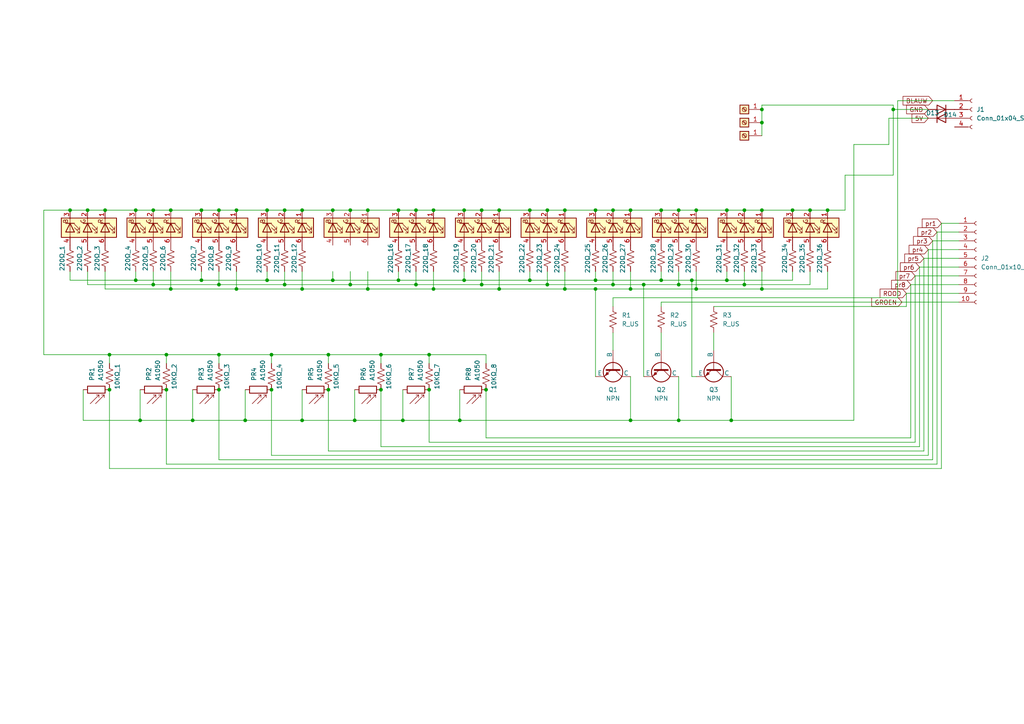
<source format=kicad_sch>
(kicad_sch (version 20231120) (generator "eeschema") (generator_version "8.0")
  (paper "A4")
  (title_block (title "Onderste PCB") (date "2024-10-08") (company "Mendelcollege"))
  (lib_symbols
    (symbol "Connector:Conn_01x04_Socket" (pin_names (offset 1.016) hide)
      (property "Reference" "J" (at 0 5.08 0))
      (property "Value" "Conn_01x04_Socket" (at 0 -7.62 0))
      (symbol "Conn_01x04_Socket_1_1"
        (arc (start 0 -4.572) (mid -0.5058 -5.08) (end 0 -5.588) (stroke (width 0.1524)))
        (arc (start 0 -2.032) (mid -0.5058 -2.54) (end 0 -3.048) (stroke (width 0.1524)))
        (polyline (pts (xy -1.27 -5.08) (xy -0.508 -5.08)) (stroke (width 0.1524)))
        (polyline (pts (xy -1.27 -2.54) (xy -0.508 -2.54)) (stroke (width 0.1524)))
        (polyline (pts (xy -1.27 0) (xy -0.508 0)) (stroke (width 0.1524)))
        (polyline (pts (xy -1.27 2.54) (xy -0.508 2.54)) (stroke (width 0.1524)))
        (arc (start 0 0.508) (mid -0.5058 0) (end 0 -0.508) (stroke (width 0.1524)))
        (arc (start 0 3.048) (mid -0.5058 2.54) (end 0 2.032) (stroke (width 0.1524)))
        (pin passive line (at -5.08 2.54 0) (length 3.81) (name "Pin_1") (number "1"))
        (pin passive line (at -5.08 0 0) (length 3.81) (name "Pin_2") (number "2"))
        (pin passive line (at -5.08 -2.54 0) (length 3.81) (name "Pin_3") (number "3"))
        (pin passive line (at -5.08 -5.08 0) (length 3.81) (name "Pin_4") (number "4"))
      )
    )
    (symbol "Connector:Conn_01x10_Socket" (pin_names (offset 1.016) hide)
      (property "Reference" "J" (at 0 12.7 0))
      (property "Value" "Conn_01x10_Socket" (at 0 -15.24 0))
      (symbol "Conn_01x10_Socket_1_1"
        (arc (start 0 -12.192) (mid -0.5058 -12.7) (end 0 -13.208) (stroke (width 0.1524)))
        (arc (start 0 -9.652) (mid -0.5058 -10.16) (end 0 -10.668) (stroke (width 0.1524)))
        (arc (start 0 -7.112) (mid -0.5058 -7.62) (end 0 -8.128) (stroke (width 0.1524)))
        (arc (start 0 -4.572) (mid -0.5058 -5.08) (end 0 -5.588) (stroke (width 0.1524)))
        (arc (start 0 -2.032) (mid -0.5058 -2.54) (end 0 -3.048) (stroke (width 0.1524)))
        (polyline (pts (xy -1.27 -12.7) (xy -0.508 -12.7)) (stroke (width 0.1524)))
        (polyline (pts (xy -1.27 -10.16) (xy -0.508 -10.16)) (stroke (width 0.1524)))
        (polyline (pts (xy -1.27 -7.62) (xy -0.508 -7.62)) (stroke (width 0.1524)))
        (polyline (pts (xy -1.27 -5.08) (xy -0.508 -5.08)) (stroke (width 0.1524)))
        (polyline (pts (xy -1.27 -2.54) (xy -0.508 -2.54)) (stroke (width 0.1524)))
        (polyline (pts (xy -1.27 0) (xy -0.508 0)) (stroke (width 0.1524)))
        (polyline (pts (xy -1.27 2.54) (xy -0.508 2.54)) (stroke (width 0.1524)))
        (polyline (pts (xy -1.27 5.08) (xy -0.508 5.08)) (stroke (width 0.1524)))
        (polyline (pts (xy -1.27 7.62) (xy -0.508 7.62)) (stroke (width 0.1524)))
        (polyline (pts (xy -1.27 10.16) (xy -0.508 10.16)) (stroke (width 0.1524)))
        (arc (start 0 0.508) (mid -0.5058 0) (end 0 -0.508) (stroke (width 0.1524)))
        (arc (start 0 3.048) (mid -0.5058 2.54) (end 0 2.032) (stroke (width 0.1524)))
        (arc (start 0 5.588) (mid -0.5058 5.08) (end 0 4.572) (stroke (width 0.1524)))
        (arc (start 0 8.128) (mid -0.5058 7.62) (end 0 7.112) (stroke (width 0.1524)))
        (arc (start 0 10.668) (mid -0.5058 10.16) (end 0 9.652) (stroke (width 0.1524)))
        (pin passive line (at -5.08 10.16 0) (length 3.81) (name "Pin_1") (number "1"))
        (pin passive line (at -5.08 -12.7 0) (length 3.81) (name "Pin_10") (number "10"))
        (pin passive line (at -5.08 7.62 0) (length 3.81) (name "Pin_2") (number "2"))
        (pin passive line (at -5.08 5.08 0) (length 3.81) (name "Pin_3") (number "3"))
        (pin passive line (at -5.08 2.54 0) (length 3.81) (name "Pin_4") (number "4"))
        (pin passive line (at -5.08 0 0) (length 3.81) (name "Pin_5") (number "5"))
        (pin passive line (at -5.08 -2.54 0) (length 3.81) (name "Pin_6") (number "6"))
        (pin passive line (at -5.08 -5.08 0) (length 3.81) (name "Pin_7") (number "7"))
        (pin passive line (at -5.08 -7.62 0) (length 3.81) (name "Pin_8") (number "8"))
        (pin passive line (at -5.08 -10.16 0) (length 3.81) (name "Pin_9") (number "9"))
      )
    )
    (symbol "Connector:Screw_Terminal_01x01" (pin_names (offset 1.016) hide)
      (property "Reference" "J" (at 0 2.54 0))
      (property "Value" "Screw_Terminal_01x01" (at 0 -2.54 0))
      (symbol "Screw_Terminal_01x01_1_1"
        (rectangle (start -1.27 1.27) (end 1.27 -1.27) (stroke (width 0.254)) (fill (type background)))
        (polyline (pts (xy -0.5334 0.3302) (xy 0.3302 -0.508)) (stroke (width 0.1524)))
        (polyline (pts (xy -0.3556 0.508) (xy 0.508 -0.3302)) (stroke (width 0.1524)))
        (circle (center 0 0) (radius 0.635) (stroke (width 0.1524)))
        (pin passive line (at -5.08 0 0) (length 3.81) (name "Pin_1") (number "1"))
      )
    )
    (symbol "Device:LED_RGB" (pin_names (offset 0) hide)
      (property "Reference" "D" (at 0 9.398 0))
      (property "Value" "LED_RGB" (at 0 -8.89 0))
      (symbol "LED_RGB_0_0"
        (text "B" (at -1.905 -6.35 0) (effects (font (size 1.27 1.27))))
        (text "G" (at -1.905 -1.27 0) (effects (font (size 1.27 1.27))))
        (text "R" (at -1.905 3.81 0) (effects (font (size 1.27 1.27))))
      )
      (symbol "LED_RGB_0_1"
        (polyline (pts (xy -1.27 -5.08) (xy -2.54 -5.08)))
        (polyline (pts (xy -1.27 -5.08) (xy 1.27 -5.08)))
        (polyline (pts (xy -1.27 -3.81) (xy -1.27 -6.35)) (stroke (width 0.254)))
        (polyline (pts (xy -1.27 0) (xy -2.54 0)))
        (polyline (pts (xy -1.27 1.27) (xy -1.27 -1.27)) (stroke (width 0.254)))
        (polyline (pts (xy -1.27 5.08) (xy -2.54 5.08)))
        (polyline (pts (xy -1.27 5.08) (xy 1.27 5.08)))
        (polyline (pts (xy -1.27 6.35) (xy -1.27 3.81)) (stroke (width 0.254)))
        (polyline (pts (xy 1.27 -5.08) (xy 2.54 -5.08)))
        (polyline (pts (xy 1.27 0) (xy -1.27 0)))
        (polyline (pts (xy 1.27 0) (xy 2.54 0)))
        (polyline (pts (xy 1.27 5.08) (xy 2.54 5.08)))
        (polyline (pts (xy -1.27 1.27) (xy -1.27 -1.27) (xy -1.27 -1.27)))
        (polyline (pts (xy -1.27 6.35) (xy -1.27 3.81) (xy -1.27 3.81)))
        (polyline (pts (xy 1.27 -3.81) (xy 1.27 -6.35) (xy -1.27 -5.08) (xy 1.27 -3.81)) (stroke (width 0.254)))
        (polyline (pts (xy 1.27 1.27) (xy 1.27 -1.27) (xy -1.27 0) (xy 1.27 1.27)) (stroke (width 0.254)))
        (polyline (pts (xy 1.27 6.35) (xy 1.27 3.81) (xy -1.27 5.08) (xy 1.27 6.35)) (stroke (width 0.254)))
        (polyline (pts (xy -1.016 -3.81) (xy 0.508 -2.286) (xy -0.254 -2.286) (xy 0.508 -2.286) (xy 0.508 -3.048)))
        (polyline (pts (xy -1.016 1.27) (xy 0.508 2.794) (xy -0.254 2.794) (xy 0.508 2.794) (xy 0.508 2.032)))
        (polyline (pts (xy -1.016 6.35) (xy 0.508 7.874) (xy -0.254 7.874) (xy 0.508 7.874) (xy 0.508 7.112)))
        (polyline (pts (xy 0 -3.81) (xy 1.524 -2.286) (xy 0.762 -2.286) (xy 1.524 -2.286) (xy 1.524 -3.048)))
        (polyline (pts (xy 0 1.27) (xy 1.524 2.794) (xy 0.762 2.794) (xy 1.524 2.794) (xy 1.524 2.032)))
        (polyline (pts (xy 0 6.35) (xy 1.524 7.874) (xy 0.762 7.874) (xy 1.524 7.874) (xy 1.524 7.112)))
        (rectangle (start 1.27 -1.27) (end 1.27 1.27))
        (rectangle (start 1.27 1.27) (end 1.27 1.27))
        (rectangle (start 1.27 3.81) (end 1.27 6.35))
        (rectangle (start 1.27 6.35) (end 1.27 6.35))
        (rectangle (start 2.794 8.382) (end -2.794 -7.62) (stroke (width 0.254)) (fill (type background)))
      )
      (symbol "LED_RGB_1_1"
        (pin passive line (at -5.08 5.08 0) (length 2.54) (name "RK") (number "1"))
        (pin passive line (at -5.08 0 0) (length 2.54) (name "GK") (number "2"))
        (pin passive line (at -5.08 -5.08 0) (length 2.54) (name "BK") (number "3"))
        (pin passive line (at 5.08 -5.08 180) (length 2.54) (name "BA") (number "4"))
        (pin passive line (at 5.08 0 180) (length 2.54) (name "GA") (number "5"))
        (pin passive line (at 5.08 5.08 180) (length 2.54) (name "RA") (number "6"))
      )
    )
    (symbol "Library:A1050" (pin_numbers hide) (pin_names (offset 0))
      (property "Reference" "R" (at -5.08 0 90))
      (property "Value" "A1050" (at 1.905 0 90))
      (symbol "A1050_0_1"
        (rectangle (start -1.016 2.54) (end 1.016 -2.54) (stroke (width 0.254)))
        (polyline (pts (xy -1.524 -2.286) (xy -4.064 0.254)))
        (polyline (pts (xy -1.524 -2.286) (xy -2.286 -2.286)))
        (polyline (pts (xy -1.524 -2.286) (xy -1.524 -1.524)))
        (polyline (pts (xy -1.524 -0.762) (xy -4.064 1.778)))
        (polyline (pts (xy -1.524 -0.762) (xy -2.286 -0.762)))
        (polyline (pts (xy -1.524 -0.762) (xy -1.524 0)))
      )
      (symbol "A1050_1_1"
        (pin passive line (at 0 3.81 270) (length 1.27) (name "~") (number "1"))
        (pin passive line (at 0 -3.81 90) (length 1.27) (name "~") (number "2"))
      )
    )
    (symbol "Library:D" (pin_numbers hide) (pin_names (offset 1.016) hide)
      (property "Reference" "D" (at 0 2.54 0))
      (property "Value" "D" (at 0 -2.54 0))
      (symbol "D_0_1"
        (polyline (pts (xy -1.27 1.27) (xy -1.27 -1.27)) (stroke (width 0.254)))
        (polyline (pts (xy 1.27 0) (xy -1.27 0)))
        (polyline (pts (xy 1.27 1.27) (xy 1.27 -1.27) (xy -1.27 0) (xy 1.27 1.27)) (stroke (width 0.254)))
      )
      (symbol "D_1_1"
        (pin passive line (at -3.81 0 0) (length 2.54) (name "K") (number "1"))
        (pin passive line (at 3.81 0 180) (length 2.54) (name "A") (number "2"))
      )
    )
    (symbol "Library:NPN" (pin_numbers hide) (pin_names (offset 0))
      (property "Reference" "Q" (at -2.54 7.62 0))
      (property "Value" "NPN" (at -2.54 5.08 0))
      (symbol "NPN_0_1"
        (polyline (pts (xy -2.54 0) (xy 0.635 0)) (stroke (width 0.1524)))
        (polyline (pts (xy 0.635 0.635) (xy 2.54 2.54)))
        (polyline (pts (xy 2.794 -1.27) (xy 2.794 -1.27)) (stroke (width 0.1524)))
        (polyline (pts (xy 2.794 -1.27) (xy 2.794 -1.27)) (stroke (width 0.1524)))
        (polyline (pts (xy 0.635 -0.635) (xy 2.54 -2.54) (xy 2.54 -2.54)))
        (polyline (pts (xy 0.635 1.905) (xy 0.635 -1.905) (xy 0.635 -1.905)) (stroke (width 0.508)))
        (polyline (pts (xy 1.27 -1.778) (xy 1.778 -1.27) (xy 2.286 -2.286) (xy 1.27 -1.778) (xy 1.27 -1.778)) (fill (type outline)))
        (circle (center 1.27 0) (radius 2.8194) (stroke (width 0.254)))
      )
      (symbol "NPN_1_1"
        (pin open_collector line (at 2.54 5.08 270) (length 2.54) (name "C") (number "1"))
        (pin input line (at -5.08 0 0) (length 2.54) (name "B") (number "2"))
        (pin open_emitter line (at 2.54 -5.08 90) (length 2.54) (name "E") (number "3"))
      )
    )
    (symbol "Library:R_US" (pin_numbers hide) (pin_names (offset 0))
      (property "Reference" "R" (at 2.54 0 90))
      (property "Value" "R_US" (at -2.54 0 90))
      (symbol "R_US_0_1"
        (polyline (pts (xy 0 -2.286) (xy 0 -2.54)))
        (polyline (pts (xy 0 2.286) (xy 0 2.54)))
        (polyline (pts (xy 0 -0.762) (xy 1.016 -1.143) (xy 0 -1.524) (xy -1.016 -1.905) (xy 0 -2.286)))
        (polyline (pts (xy 0 0.762) (xy 1.016 0.381) (xy 0 0) (xy -1.016 -0.381) (xy 0 -0.762)))
        (polyline (pts (xy 0 2.286) (xy 1.016 1.905) (xy 0 1.524) (xy -1.016 1.143) (xy 0 0.762)))
      )
      (symbol "R_US_1_1"
        (pin passive line (at 0 3.81 270) (length 1.27) (name "~") (number "1"))
        (pin passive line (at 0 -3.81 90) (length 1.27) (name "~") (number "2"))
      )
    )
  )
  (junction (at 102.87 121.92))
  (junction (at 212.09 121.92))
  (junction (at 125.73 60.96))
  (junction (at 101.6 82.55))
  (junction (at 77.47 81.28))
  (junction (at 48.26 102.87))
  (junction (at 144.78 83.82))
  (junction (at 116.84 121.92))
  (junction (at 71.12 121.92))
  (junction (at 182.88 83.82))
  (junction (at 144.78 60.96))
  (junction (at 63.5 113.03))
  (junction (at 20.32 60.96))
  (junction (at 240.03 60.96))
  (junction (at 39.37 81.28))
  (junction (at 58.42 81.28))
  (junction (at 82.55 82.55))
  (junction (at 39.37 60.96))
  (junction (at 95.25 113.03))
  (junction (at 101.6 60.96))
  (junction (at 133.35 121.92))
  (junction (at 139.7 82.55))
  (junction (at 163.83 60.96))
  (junction (at 82.55 60.96))
  (junction (at 115.57 60.96))
  (junction (at 220.98 35.56))
  (junction (at 49.53 83.82))
  (junction (at 110.49 113.03))
  (junction (at 158.75 60.96))
  (junction (at 201.93 83.82))
  (junction (at 31.75 102.87))
  (junction (at 191.77 60.96))
  (junction (at 49.53 60.96))
  (junction (at 139.7 60.96))
  (junction (at 87.63 121.92))
  (junction (at 220.98 31.75))
  (junction (at 106.68 60.96))
  (junction (at 134.62 60.96))
  (junction (at 125.73 83.82))
  (junction (at 48.26 113.03))
  (junction (at 68.58 83.82))
  (junction (at 234.95 60.96))
  (junction (at 201.93 60.96))
  (junction (at 215.9 60.96))
  (junction (at 182.88 121.92))
  (junction (at 115.57 81.28))
  (junction (at 30.48 60.96))
  (junction (at 200.66 81.28))
  (junction (at 220.98 60.96))
  (junction (at 158.75 82.55))
  (junction (at 140.97 113.03))
  (junction (at 210.82 60.96))
  (junction (at 196.85 82.55))
  (junction (at 186.69 82.55))
  (junction (at 96.52 60.96))
  (junction (at 229.87 60.96))
  (junction (at 55.88 121.92))
  (junction (at 63.5 102.87))
  (junction (at 58.42 60.96))
  (junction (at 44.45 82.55))
  (junction (at 172.72 81.28))
  (junction (at 196.85 60.96))
  (junction (at 78.74 113.03))
  (junction (at 124.46 102.87))
  (junction (at 153.67 60.96))
  (junction (at 172.72 83.82))
  (junction (at 134.62 81.28))
  (junction (at 182.88 60.96))
  (junction (at 87.63 60.96))
  (junction (at 210.82 81.28))
  (junction (at 68.58 60.96))
  (junction (at 196.85 121.92))
  (junction (at 63.5 82.55))
  (junction (at 172.72 60.96))
  (junction (at 77.47 60.96))
  (junction (at 124.46 113.03))
  (junction (at 40.64 121.92))
  (junction (at 44.45 60.96))
  (junction (at 153.67 81.28))
  (junction (at 110.49 102.87))
  (junction (at 220.98 83.82))
  (junction (at 215.9 82.55))
  (junction (at 177.8 82.55))
  (junction (at 163.83 83.82))
  (junction (at 191.77 81.28))
  (junction (at 120.65 82.55))
  (junction (at 177.8 60.96))
  (junction (at 63.5 60.96))
  (junction (at 120.65 60.96))
  (junction (at 259.08 31.75))
  (junction (at 96.52 81.28))
  (junction (at 78.74 102.87))
  (junction (at 106.68 83.82))
  (junction (at 25.4 60.96))
  (junction (at 95.25 102.87))
  (junction (at 87.63 83.82))
  (junction (at 31.75 113.03))
  (wire (pts (xy 191.77 87.63) (xy 278.13 87.63)))
  (wire (pts (xy 269.24 72.39) (xy 278.13 72.39)))
  (wire (pts (xy 177.8 82.55) (xy 177.8 78.74)))
  (wire (pts (xy 95.25 102.87) (xy 95.25 105.41)))
  (wire (pts (xy 106.68 83.82) (xy 106.68 78.74)))
  (wire (pts (xy 134.62 81.28) (xy 134.62 78.74)))
  (wire (pts (xy 133.35 121.92) (xy 182.88 121.92)))
  (wire (pts (xy 101.6 60.96) (xy 106.68 60.96)))
  (wire (pts (xy 182.88 121.92) (xy 196.85 121.92)))
  (wire (pts (xy 116.84 121.92) (xy 133.35 121.92)))
  (wire (pts (xy 87.63 121.92) (xy 87.63 113.03)))
  (wire (pts (xy 63.5 82.55) (xy 63.5 78.74)))
  (wire (pts (xy 139.7 82.55) (xy 120.65 82.55)))
  (wire (pts (xy 229.87 81.28) (xy 229.87 78.74)))
  (wire (pts (xy 264.16 127) (xy 264.16 82.55)))
  (wire (pts (xy 55.88 113.03) (xy 55.88 121.92)))
  (wire (pts (xy 260.35 29.21) (xy 276.86 29.21)))
  (wire (pts (xy 234.95 78.74) (xy 234.95 82.55)))
  (wire (pts (xy 240.03 83.82) (xy 240.03 78.74)))
  (wire (pts (xy 110.49 129.54) (xy 266.7 129.54)))
  (wire (pts (xy 78.74 132.08) (xy 269.24 132.08)))
  (wire (pts (xy 200.66 81.28) (xy 210.82 81.28)))
  (wire (pts (xy 96.52 81.28) (xy 115.57 81.28)))
  (wire (pts (xy 110.49 105.41) (xy 110.49 102.87)))
  (wire (pts (xy 115.57 60.96) (xy 120.65 60.96)))
  (wire (pts (xy 20.32 81.28) (xy 39.37 81.28)))
  (wire (pts (xy 270.51 133.35) (xy 63.5 133.35)))
  (wire (pts (xy 12.7 60.96) (xy 20.32 60.96)))
  (wire (pts (xy 210.82 81.28) (xy 210.82 78.74)))
  (wire (pts (xy 278.13 80.01) (xy 265.43 80.01)))
  (wire (pts (xy 220.98 83.82) (xy 220.98 78.74)))
  (wire (pts (xy 63.5 60.96) (xy 68.58 60.96)))
  (wire (pts (xy 273.05 135.89) (xy 273.05 64.77)))
  (wire (pts (xy 30.48 83.82) (xy 49.53 83.82)))
  (wire (pts (xy 273.05 64.77) (xy 278.13 64.77)))
  (wire (pts (xy 220.98 60.96) (xy 229.87 60.96)))
  (wire (pts (xy 270.51 69.85) (xy 278.13 69.85)))
  (wire (pts (xy 102.87 121.92) (xy 87.63 121.92)))
  (wire (pts (xy 63.5 113.03) (xy 63.5 133.35)))
  (wire (pts (xy 110.49 102.87) (xy 124.46 102.87)))
  (wire (pts (xy 191.77 60.96) (xy 196.85 60.96)))
  (wire (pts (xy 153.67 81.28) (xy 172.72 81.28)))
  (wire (pts (xy 63.5 105.41) (xy 63.5 102.87)))
  (wire (pts (xy 40.64 121.92) (xy 24.13 121.92)))
  (wire (pts (xy 39.37 60.96) (xy 44.45 60.96)))
  (wire (pts (xy 191.77 87.63) (xy 191.77 88.9)))
  (wire (pts (xy 245.11 50.8) (xy 259.08 50.8)))
  (wire (pts (xy 71.12 121.92) (xy 71.12 113.03)))
  (wire (pts (xy 30.48 78.74) (xy 30.48 83.82)))
  (wire (pts (xy 78.74 102.87) (xy 95.25 102.87)))
  (wire (pts (xy 196.85 60.96) (xy 201.93 60.96)))
  (wire (pts (xy 265.43 128.27) (xy 124.46 128.27)))
  (wire (pts (xy 124.46 105.41) (xy 124.46 102.87)))
  (wire (pts (xy 96.52 60.96) (xy 101.6 60.96)))
  (wire (pts (xy 96.52 81.28) (xy 96.52 78.74)))
  (wire (pts (xy 182.88 121.92) (xy 182.88 109.22)))
  (wire (pts (xy 124.46 102.87) (xy 140.97 102.87)))
  (wire (pts (xy 267.97 74.93) (xy 278.13 74.93)))
  (wire (pts (xy 182.88 83.82) (xy 182.88 78.74)))
  (wire (pts (xy 102.87 121.92) (xy 116.84 121.92)))
  (wire (pts (xy 24.13 121.92) (xy 24.13 113.03)))
  (wire (pts (xy 265.43 80.01) (xy 265.43 128.27)))
  (wire (pts (xy 186.69 109.22) (xy 186.69 82.55)))
  (wire (pts (xy 120.65 82.55) (xy 120.65 78.74)))
  (wire (pts (xy 201.93 109.22) (xy 200.66 109.22)))
  (wire (pts (xy 25.4 82.55) (xy 25.4 78.74)))
  (wire (pts (xy 196.85 121.92) (xy 212.09 121.92)))
  (wire (pts (xy 63.5 82.55) (xy 44.45 82.55)))
  (wire (pts (xy 153.67 81.28) (xy 153.67 78.74)))
  (wire (pts (xy 201.93 83.82) (xy 201.93 78.74)))
  (wire (pts (xy 44.45 82.55) (xy 44.45 78.74)))
  (wire (pts (xy 77.47 81.28) (xy 96.52 81.28)))
  (wire (pts (xy 220.98 31.75) (xy 220.98 35.56)))
  (wire (pts (xy 140.97 127) (xy 264.16 127)))
  (wire (pts (xy 163.83 83.82) (xy 163.83 78.74)))
  (wire (pts (xy 234.95 60.96) (xy 240.03 60.96)))
  (wire (pts (xy 78.74 105.41) (xy 78.74 102.87)))
  (wire (pts (xy 58.42 81.28) (xy 58.42 78.74)))
  (wire (pts (xy 177.8 88.9) (xy 177.8 86.36)))
  (wire (pts (xy 229.87 60.96) (xy 234.95 60.96)))
  (wire (pts (xy 39.37 81.28) (xy 58.42 81.28)))
  (wire (pts (xy 58.42 60.96) (xy 63.5 60.96)))
  (wire (pts (xy 210.82 60.96) (xy 215.9 60.96)))
  (wire (pts (xy 87.63 83.82) (xy 87.63 78.74)))
  (wire (pts (xy 273.05 135.89) (xy 31.75 135.89)))
  (wire (pts (xy 49.53 60.96) (xy 58.42 60.96)))
  (wire (pts (xy 177.8 96.52) (xy 177.8 101.6)))
  (wire (pts (xy 48.26 102.87) (xy 48.26 105.41)))
  (wire (pts (xy 58.42 81.28) (xy 77.47 81.28)))
  (wire (pts (xy 133.35 121.92) (xy 133.35 113.03)))
  (wire (pts (xy 106.68 60.96) (xy 115.57 60.96)))
  (wire (pts (xy 25.4 60.96) (xy 30.48 60.96)))
  (wire (pts (xy 245.11 50.8) (xy 245.11 60.96)))
  (wire (pts (xy 68.58 83.82) (xy 68.58 78.74)))
  (wire (pts (xy 271.78 67.31) (xy 278.13 67.31)))
  (wire (pts (xy 207.01 88.9) (xy 262.89 88.9)))
  (wire (pts (xy 78.74 113.03) (xy 78.74 132.08)))
  (wire (pts (xy 77.47 81.28) (xy 77.47 78.74)))
  (wire (pts (xy 153.67 60.96) (xy 158.75 60.96)))
  (wire (pts (xy 20.32 78.74) (xy 20.32 81.28)))
  (wire (pts (xy 269.24 132.08) (xy 269.24 72.39)))
  (wire (pts (xy 49.53 83.82) (xy 49.53 78.74)))
  (wire (pts (xy 12.7 102.87) (xy 31.75 102.87)))
  (wire (pts (xy 177.8 60.96) (xy 182.88 60.96)))
  (wire (pts (xy 182.88 60.96) (xy 191.77 60.96)))
  (wire (pts (xy 191.77 81.28) (xy 200.66 81.28)))
  (wire (pts (xy 186.69 82.55) (xy 196.85 82.55)))
  (wire (pts (xy 63.5 102.87) (xy 48.26 102.87)))
  (wire (pts (xy 115.57 81.28) (xy 115.57 78.74)))
  (wire (pts (xy 247.65 41.91) (xy 247.65 121.92)))
  (wire (pts (xy 77.47 60.96) (xy 82.55 60.96)))
  (wire (pts (xy 201.93 60.96) (xy 210.82 60.96)))
  (wire (pts (xy 200.66 109.22) (xy 200.66 81.28)))
  (wire (pts (xy 172.72 60.96) (xy 177.8 60.96)))
  (wire (pts (xy 31.75 102.87) (xy 48.26 102.87)))
  (wire (pts (xy 182.88 83.82) (xy 201.93 83.82)))
  (wire (pts (xy 82.55 82.55) (xy 82.55 78.74)))
  (wire (pts (xy 196.85 109.22) (xy 196.85 121.92)))
  (wire (pts (xy 63.5 102.87) (xy 78.74 102.87)))
  (wire (pts (xy 210.82 81.28) (xy 229.87 81.28)))
  (wire (pts (xy 87.63 83.82) (xy 106.68 83.82)))
  (wire (pts (xy 134.62 60.96) (xy 139.7 60.96)))
  (wire (pts (xy 260.35 29.21) (xy 260.35 86.36)))
  (wire (pts (xy 267.97 130.81) (xy 95.25 130.81)))
  (wire (pts (xy 125.73 83.82) (xy 125.73 78.74)))
  (wire (pts (xy 259.08 50.8) (xy 259.08 31.75)))
  (wire (pts (xy 102.87 113.03) (xy 102.87 121.92)))
  (wire (pts (xy 116.84 121.92) (xy 116.84 113.03)))
  (wire (pts (xy 172.72 109.22) (xy 172.72 83.82)))
  (wire (pts (xy 177.8 86.36) (xy 260.35 86.36)))
  (wire (pts (xy 101.6 82.55) (xy 82.55 82.55)))
  (wire (pts (xy 257.81 34.29) (xy 269.24 34.29)))
  (wire (pts (xy 134.62 81.28) (xy 153.67 81.28)))
  (wire (pts (xy 31.75 105.41) (xy 31.75 102.87)))
  (wire (pts (xy 140.97 102.87) (xy 140.97 105.41)))
  (wire (pts (xy 220.98 35.56) (xy 220.98 39.37)))
  (wire (pts (xy 259.08 30.48) (xy 220.98 30.48)))
  (wire (pts (xy 259.08 31.75) (xy 269.24 31.75)))
  (wire (pts (xy 212.09 121.92) (xy 247.65 121.92)))
  (wire (pts (xy 55.88 121.92) (xy 71.12 121.92)))
  (wire (pts (xy 110.49 102.87) (xy 95.25 102.87)))
  (wire (pts (xy 262.89 85.09) (xy 278.13 85.09)))
  (wire (pts (xy 49.53 83.82) (xy 68.58 83.82)))
  (wire (pts (xy 125.73 60.96) (xy 134.62 60.96)))
  (wire (pts (xy 144.78 83.82) (xy 144.78 78.74)))
  (wire (pts (xy 48.26 113.03) (xy 48.26 134.62)))
  (wire (pts (xy 240.03 60.96) (xy 245.11 60.96)))
  (wire (pts (xy 158.75 82.55) (xy 139.7 82.55)))
  (wire (pts (xy 215.9 60.96) (xy 220.98 60.96)))
  (wire (pts (xy 163.83 83.82) (xy 172.72 83.82)))
  (wire (pts (xy 191.77 81.28) (xy 191.77 78.74)))
  (wire (pts (xy 247.65 41.91) (xy 257.81 41.91)))
  (wire (pts (xy 220.98 83.82) (xy 240.03 83.82)))
  (wire (pts (xy 82.55 82.55) (xy 63.5 82.55)))
  (wire (pts (xy 266.7 77.47) (xy 278.13 77.47)))
  (wire (pts (xy 267.97 130.81) (xy 267.97 74.93)))
  (wire (pts (xy 201.93 83.82) (xy 220.98 83.82)))
  (wire (pts (xy 125.73 83.82) (xy 144.78 83.82)))
  (wire (pts (xy 139.7 82.55) (xy 139.7 78.74)))
  (wire (pts (xy 31.75 113.03) (xy 31.75 135.89)))
  (wire (pts (xy 39.37 81.28) (xy 39.37 78.74)))
  (wire (pts (xy 191.77 96.52) (xy 191.77 101.6)))
  (wire (pts (xy 106.68 83.82) (xy 125.73 83.82)))
  (wire (pts (xy 120.65 60.96) (xy 125.73 60.96)))
  (wire (pts (xy 262.89 88.9) (xy 262.89 85.09)))
  (wire (pts (xy 55.88 121.92) (xy 40.64 121.92)))
  (wire (pts (xy 257.81 41.91) (xy 257.81 34.29)))
  (wire (pts (xy 68.58 83.82) (xy 87.63 83.82)))
  (wire (pts (xy 140.97 127) (xy 140.97 113.03)))
  (wire (pts (xy 30.48 60.96) (xy 39.37 60.96)))
  (wire (pts (xy 110.49 113.03) (xy 110.49 129.54)))
  (wire (pts (xy 139.7 60.96) (xy 144.78 60.96)))
  (wire (pts (xy 120.65 82.55) (xy 101.6 82.55)))
  (wire (pts (xy 177.8 82.55) (xy 158.75 82.55)))
  (wire (pts (xy 207.01 101.6) (xy 207.01 96.52)))
  (wire (pts (xy 270.51 133.35) (xy 270.51 69.85)))
  (wire (pts (xy 68.58 60.96) (xy 77.47 60.96)))
  (wire (pts (xy 172.72 81.28) (xy 191.77 81.28)))
  (wire (pts (xy 259.08 31.75) (xy 259.08 30.48)))
  (wire (pts (xy 177.8 82.55) (xy 186.69 82.55)))
  (wire (pts (xy 124.46 113.03) (xy 124.46 128.27)))
  (wire (pts (xy 44.45 82.55) (xy 25.4 82.55)))
  (wire (pts (xy 115.57 81.28) (xy 134.62 81.28)))
  (wire (pts (xy 20.32 60.96) (xy 25.4 60.96)))
  (wire (pts (xy 87.63 60.96) (xy 96.52 60.96)))
  (wire (pts (xy 212.09 109.22) (xy 212.09 121.92)))
  (wire (pts (xy 95.25 113.03) (xy 95.25 130.81)))
  (wire (pts (xy 264.16 82.55) (xy 278.13 82.55)))
  (wire (pts (xy 12.7 102.87) (xy 12.7 60.96)))
  (wire (pts (xy 234.95 82.55) (xy 215.9 82.55)))
  (wire (pts (xy 215.9 82.55) (xy 215.9 78.74)))
  (wire (pts (xy 40.64 121.92) (xy 40.64 113.03)))
  (wire (pts (xy 163.83 60.96) (xy 172.72 60.96)))
  (wire (pts (xy 220.98 30.48) (xy 220.98 31.75)))
  (wire (pts (xy 172.72 81.28) (xy 172.72 78.74)))
  (wire (pts (xy 215.9 82.55) (xy 196.85 82.55)))
  (wire (pts (xy 158.75 60.96) (xy 163.83 60.96)))
  (wire (pts (xy 44.45 60.96) (xy 49.53 60.96)))
  (wire (pts (xy 82.55 60.96) (xy 87.63 60.96)))
  (wire (pts (xy 266.7 129.54) (xy 266.7 77.47)))
  (wire (pts (xy 158.75 82.55) (xy 158.75 78.74)))
  (wire (pts (xy 48.26 134.62) (xy 271.78 134.62)))
  (wire (pts (xy 144.78 83.82) (xy 163.83 83.82)))
  (wire (pts (xy 144.78 60.96) (xy 153.67 60.96)))
  (wire (pts (xy 101.6 82.55) (xy 101.6 78.74)))
  (wire (pts (xy 87.63 121.92) (xy 71.12 121.92)))
  (wire (pts (xy 172.72 83.82) (xy 182.88 83.82)))
  (wire (pts (xy 196.85 82.55) (xy 196.85 78.74)))
  (wire (pts (xy 271.78 134.62) (xy 271.78 67.31)))
  (global_label "pr4" (shape input) (at 269.24 72.39 180) (property "Intersheetrefs" "${INTERSHEET_REFS}" (effects (hide yes))))
  (global_label "GROEN" (shape input) (at 261.62 87.63 180) (property "Intersheetrefs" "${INTERSHEET_REFS}" (effects (hide yes))))
  (global_label "pr8" (shape input) (at 264.16 82.55 180) (property "Intersheetrefs" "${INTERSHEET_REFS}" (effects (hide yes))))
  (global_label "pr5" (shape input) (at 267.97 74.93 180) (property "Intersheetrefs" "${INTERSHEET_REFS}" (effects (hide yes))))
  (global_label "pr3" (shape input) (at 270.51 69.85 180) (property "Intersheetrefs" "${INTERSHEET_REFS}" (effects (hide yes))))
  (global_label "GND" (shape input) (at 269.24 31.75 180) (property "Intersheetrefs" "${INTERSHEET_REFS}" (effects (hide yes))))
  (global_label "pr2" (shape input) (at 271.78 67.31 180) (property "Intersheetrefs" "${INTERSHEET_REFS}" (effects (hide yes))))
  (global_label "BLAUW" (shape input) (at 270.51 29.21 180) (property "Intersheetrefs" "${INTERSHEET_REFS}" (effects (hide yes))))
  (global_label "ROOD" (shape input) (at 262.89 85.09 180) (property "Intersheetrefs" "${INTERSHEET_REFS}" (effects (hide yes))))
  (global_label "pr7" (shape input) (at 265.43 80.01 180) (property "Intersheetrefs" "${INTERSHEET_REFS}" (effects (hide yes))))
  (global_label "pr6" (shape input) (at 266.7 77.47 180) (property "Intersheetrefs" "${INTERSHEET_REFS}" (effects (hide yes))))
  (global_label "pr1" (shape input) (at 273.05 64.77 180) (property "Intersheetrefs" "${INTERSHEET_REFS}" (effects (hide yes))))
  (global_label "5V" (shape input) (at 269.24 34.29 180) (property "Intersheetrefs" "${INTERSHEET_REFS}" (effects (hide yes))))
  (symbol (lib_id "Library:R_US") (at 177.8 74.93 0) (unit 1)
    (property "Reference" "220Ω_26" (at 175.514 74.93 90))
    (property "Value" "R_US" (effects (hide yes)))
    (property "Footprint" "Resistor_THT:R_Axial_DIN0207_L6.3mm_D2.5mm_P10.16mm_Horizontal" (effects (hide yes)))
    (property "Description" "Resistor, US symbol" (effects (hide yes)))
  )
  (symbol (lib_id "Device:LED_RGB") (at 63.5 66.04 270) (unit 1)
    (property "Reference" "D3" (effects (hide yes)))
    (property "Value" "LED_RGB" (effects (hide yes)))
    (property "Footprint" "LED_SMD:LED_RGB_5050-6" (effects (hide yes)))
    (property "Description" "RGB LED, 6 pin package" (effects (hide yes)))
  )
  (symbol (lib_id "Library:A1050") (at 44.45 113.03 90) (unit 1)
    (property "Reference" "PR2" (at 43.1799 110.49 0) (effects (justify left)))
    (property "Value" "A1050" (at 45.7199 110.49 0) (effects (justify left)))
    (property "Footprint" "Library:FOTORESist" (effects (hide yes)))
    (property "Datasheet" "http://cdn-reichelt.de/documents/datenblatt/A500/A106012.pdf" (effects (hide yes)))
    (property "Description" "light dependent resistor" (effects (hide yes)))
  )
  (symbol (lib_id "Library:R_US") (at 229.87 74.93 0) (unit 1)
    (property "Reference" "220Ω_34" (at 227.584 74.93 90))
    (property "Value" "R_US" (effects (hide yes)))
    (property "Footprint" "Resistor_THT:R_Axial_DIN0207_L6.3mm_D2.5mm_P10.16mm_Horizontal" (effects (hide yes)))
    (property "Description" "Resistor, US symbol" (effects (hide yes)))
  )
  (symbol (lib_id "Device:LED_RGB") (at 44.45 66.04 270) (unit 1)
    (property "Reference" "D2" (effects (hide yes)))
    (property "Value" "LED_RGB" (effects (hide yes)))
    (property "Footprint" "LED_SMD:LED_RGB_5050-6" (effects (hide yes)))
    (property "Description" "RGB LED, 6 pin package" (effects (hide yes)))
  )
  (symbol (lib_id "Library:R_US") (at 207.01 92.71 180) (unit 1)
    (property "Reference" "R3" (at 209.55 91.4399 0) (effects (justify right)))
    (property "Value" "R_US" (at 209.55 93.9799 0) (effects (justify right)))
    (property "Footprint" "Resistor_THT:R_Axial_DIN0207_L6.3mm_D2.5mm_P10.16mm_Horizontal" (effects (hide yes)))
    (property "Description" "Resistor, US symbol" (effects (hide yes)))
  )
  (symbol (lib_id "Library:R_US") (at 63.5 109.22 180) (unit 1)
    (property "Reference" "10KΩ_3" (at 65.786 109.22 90))
    (property "Value" "R_US" (effects (hide yes)))
    (property "Footprint" "Resistor_THT:R_Axial_DIN0207_L6.3mm_D2.5mm_P10.16mm_Horizontal" (effects (hide yes)))
    (property "Description" "Resistor, US symbol" (effects (hide yes)))
  )
  (symbol (lib_id "Library:A1050") (at 120.65 113.03 90) (unit 1)
    (property "Reference" "PR7" (at 119.3799 110.49 0) (effects (justify left)))
    (property "Value" "A1050" (at 121.9199 110.49 0) (effects (justify left)))
    (property "Footprint" "Library:FOTORESist" (effects (hide yes)))
    (property "Datasheet" "http://cdn-reichelt.de/documents/datenblatt/A500/A106012.pdf" (effects (hide yes)))
    (property "Description" "light dependent resistor" (effects (hide yes)))
  )
  (symbol (lib_id "Library:R_US") (at 31.75 109.22 180) (unit 1)
    (property "Reference" "10KΩ_1" (at 34.036 109.22 90))
    (property "Value" "R_US" (effects (hide yes)))
    (property "Footprint" "Resistor_THT:R_Axial_DIN0207_L6.3mm_D2.5mm_P10.16mm_Horizontal" (effects (hide yes)))
    (property "Description" "Resistor, US symbol" (effects (hide yes)))
  )
  (symbol (lib_id "Device:LED_RGB") (at 120.65 66.04 270) (unit 1)
    (property "Reference" "D6" (effects (hide yes)))
    (property "Value" "LED_RGB" (effects (hide yes)))
    (property "Footprint" "LED_SMD:LED_RGB_5050-6" (effects (hide yes)))
    (property "Description" "RGB LED, 6 pin package" (effects (hide yes)))
  )
  (symbol (lib_id "Device:LED_RGB") (at 139.7 66.04 270) (unit 1)
    (property "Reference" "D7" (effects (hide yes)))
    (property "Value" "LED_RGB" (effects (hide yes)))
    (property "Footprint" "LED_SMD:LED_RGB_5050-6" (effects (hide yes)))
    (property "Description" "RGB LED, 6 pin package" (effects (hide yes)))
  )
  (symbol (lib_id "Connector:Screw_Terminal_01x01") (at 215.9 35.56 180) (unit 1)
    (property "Reference" "J4" (effects (hide yes)))
    (property "Value" "Screw_Terminal_01x01" (effects (hide yes)))
    (property "Footprint" "MountingHole:MountingHole_4.3mm_M4_ISO7380_Pad" (effects (hide yes)))
    (property "Description" "Generic screw terminal, single row, 01x01, script generated (kicad-library-utils/schlib/autogen/connector/)" (effects (hide yes)))
  )
  (symbol (lib_id "Device:LED_RGB") (at 82.55 66.04 270) (unit 1)
    (property "Reference" "D4" (effects (hide yes)))
    (property "Value" "LED_RGB" (effects (hide yes)))
    (property "Footprint" "LED_SMD:LED_RGB_5050-6" (effects (hide yes)))
    (property "Description" "RGB LED, 6 pin package" (effects (hide yes)))
  )
  (symbol (lib_id "Device:LED_RGB") (at 177.8 66.04 270) (unit 1)
    (property "Reference" "D9" (effects (hide yes)))
    (property "Value" "LED_RGB" (effects (hide yes)))
    (property "Footprint" "LED_SMD:LED_RGB_5050-6" (effects (hide yes)))
    (property "Description" "RGB LED, 6 pin package" (effects (hide yes)))
  )
  (symbol (lib_id "Library:R_US") (at 191.77 92.71 180) (unit 1)
    (property "Reference" "R2" (at 194.31 91.4399 0) (effects (justify right)))
    (property "Value" "R_US" (at 194.31 93.9799 0) (effects (justify right)))
    (property "Footprint" "Resistor_THT:R_Axial_DIN0207_L6.3mm_D2.5mm_P10.16mm_Horizontal" (effects (hide yes)))
    (property "Description" "Resistor, US symbol" (effects (hide yes)))
  )
  (symbol (lib_id "Library:R_US") (at 68.58 74.93 0) (unit 1)
    (property "Reference" "220Ω_9" (at 66.294 74.93 90))
    (property "Value" "R_US" (effects (hide yes)))
    (property "Footprint" "Resistor_THT:R_Axial_DIN0207_L6.3mm_D2.5mm_P10.16mm_Horizontal" (effects (hide yes)))
    (property "Description" "Resistor, US symbol" (effects (hide yes)))
  )
  (symbol (lib_id "Library:R_US") (at 201.93 74.93 0) (unit 1)
    (property "Reference" "220Ω_30" (at 199.644 74.93 90))
    (property "Value" "R_US" (effects (hide yes)))
    (property "Footprint" "Resistor_THT:R_Axial_DIN0207_L6.3mm_D2.5mm_P10.16mm_Horizontal" (effects (hide yes)))
    (property "Description" "Resistor, US symbol" (effects (hide yes)))
  )
  (symbol (lib_id "Library:R_US") (at 95.25 109.22 180) (unit 1)
    (property "Reference" "10KΩ_5" (at 97.536 109.22 90))
    (property "Value" "R_US" (effects (hide yes)))
    (property "Footprint" "Resistor_THT:R_Axial_DIN0207_L6.3mm_D2.5mm_P10.16mm_Horizontal" (effects (hide yes)))
    (property "Description" "Resistor, US symbol" (effects (hide yes)))
  )
  (symbol (lib_id "Library:R_US") (at 134.62 74.93 0) (unit 1)
    (property "Reference" "220Ω_19" (at 132.334 74.93 90))
    (property "Value" "R_US" (effects (hide yes)))
    (property "Footprint" "Resistor_THT:R_Axial_DIN0207_L6.3mm_D2.5mm_P10.16mm_Horizontal" (effects (hide yes)))
    (property "Description" "Resistor, US symbol" (effects (hide yes)))
  )
  (symbol (lib_id "Library:R_US") (at 48.26 109.22 180) (unit 1)
    (property "Reference" "10KΩ_2" (at 50.546 109.22 90))
    (property "Value" "R_US" (effects (hide yes)))
    (property "Footprint" "Resistor_THT:R_Axial_DIN0207_L6.3mm_D2.5mm_P10.16mm_Horizontal" (effects (hide yes)))
    (property "Description" "Resistor, US symbol" (effects (hide yes)))
  )
  (symbol (lib_id "Library:A1050") (at 106.68 113.03 90) (unit 1)
    (property "Reference" "PR6" (at 105.4099 110.49 0) (effects (justify left)))
    (property "Value" "A1050" (at 107.9499 110.49 0) (effects (justify left)))
    (property "Footprint" "Library:FOTORESist" (effects (hide yes)))
    (property "Datasheet" "http://cdn-reichelt.de/documents/datenblatt/A500/A106012.pdf" (effects (hide yes)))
    (property "Description" "light dependent resistor" (effects (hide yes)))
  )
  (symbol (lib_id "Library:A1050") (at 137.16 113.03 90) (unit 1)
    (property "Reference" "PR8" (at 135.8899 110.49 0) (effects (justify left)))
    (property "Value" "A1050" (at 138.4299 110.49 0) (effects (justify left)))
    (property "Footprint" "Library:FOTORESist" (effects (hide yes)))
    (property "Datasheet" "http://cdn-reichelt.de/documents/datenblatt/A500/A106012.pdf" (effects (hide yes)))
    (property "Description" "light dependent resistor" (effects (hide yes)))
  )
  (symbol (lib_id "Library:R_US") (at 125.73 74.93 0) (unit 1)
    (property "Reference" "220Ω_18" (at 123.444 74.93 90))
    (property "Value" "R_US" (effects (hide yes)))
    (property "Footprint" "Resistor_THT:R_Axial_DIN0207_L6.3mm_D2.5mm_P10.16mm_Horizontal" (effects (hide yes)))
    (property "Description" "Resistor, US symbol" (effects (hide yes)))
  )
  (symbol (lib_id "Device:LED_RGB") (at 158.75 66.04 270) (unit 1)
    (property "Reference" "D8" (effects (hide yes)))
    (property "Value" "LED_RGB" (effects (hide yes)))
    (property "Footprint" "LED_SMD:LED_RGB_5050-6" (effects (hide yes)))
    (property "Description" "RGB LED, 6 pin package" (effects (hide yes)))
  )
  (symbol (lib_id "Library:R_US") (at 240.03 74.93 0) (unit 1)
    (property "Reference" "220Ω_36" (at 237.744 74.93 90))
    (property "Value" "R_US" (effects (hide yes)))
    (property "Footprint" "Resistor_THT:R_Axial_DIN0207_L6.3mm_D2.5mm_P10.16mm_Horizontal" (effects (hide yes)))
    (property "Description" "Resistor, US symbol" (effects (hide yes)))
  )
  (symbol (lib_id "Connector:Conn_01x10_Socket") (at 283.21 74.93 0) (unit 1)
    (property "Reference" "J2" (at 284.48 74.9299 0) (effects (justify left)))
    (property "Value" "Conn_01x10_Socket" (at 284.48 77.4699 0) (effects (justify left)))
    (property "Footprint" "Connector_JST:JST_EH_S10B-EH_1x10_P2.50mm_Horizontal" (effects (hide yes)))
    (property "Description" "Generic connector, single row, 01x10, script generated" (effects (hide yes)))
  )
  (symbol (lib_id "Library:R_US") (at 20.32 74.93 0) (unit 1)
    (property "Reference" "220Ω_1" (at 18.034 74.93 90))
    (property "Value" "R_US" (effects (hide yes)))
    (property "Footprint" "Resistor_THT:R_Axial_DIN0207_L6.3mm_D2.5mm_P10.16mm_Horizontal" (effects (hide yes)))
    (property "Description" "Resistor, US symbol" (effects (hide yes)))
  )
  (symbol (lib_id "Library:R_US") (at 87.63 74.93 0) (unit 1)
    (property "Reference" "220Ω_12" (at 85.344 74.93 90))
    (property "Value" "R_US" (effects (hide yes)))
    (property "Footprint" "Resistor_THT:R_Axial_DIN0207_L6.3mm_D2.5mm_P10.16mm_Horizontal" (effects (hide yes)))
    (property "Description" "Resistor, US symbol" (effects (hide yes)))
  )
  (symbol (lib_id "Library:D") (at 273.05 34.29 0) (unit 1)
    (property "Reference" "D14" (at 275.59 33.274 0))
    (property "Value" "D" (effects (hide yes)))
    (property "Footprint" "Diode_SMD:D_MELF-RM10_Universal_Handsoldering" (effects (hide yes)))
    (property "Description" "Diode" (effects (hide yes)))
    (property "Sim.Device" "D" (effects (hide yes)))
    (property "Sim.Pins" "1=K 2=A" (effects (hide yes)))
  )
  (symbol (lib_id "Device:LED_RGB") (at 25.4 66.04 270) (unit 1)
    (property "Reference" "D1" (effects (hide yes)))
    (property "Value" "LED_RGB" (effects (hide yes)))
    (property "Footprint" "LED_SMD:LED_RGB_5050-6" (effects (hide yes)))
    (property "Description" "RGB LED, 6 pin package" (effects (hide yes)))
  )
  (symbol (lib_id "Connector:Screw_Terminal_01x01") (at 215.9 31.75 180) (unit 1)
    (property "Reference" "J3" (effects (hide yes)))
    (property "Value" "Screw_Terminal_01x01" (effects (hide yes)))
    (property "Footprint" "MountingHole:MountingHole_4.3mm_M4_ISO7380_Pad" (effects (hide yes)))
    (property "Description" "Generic screw terminal, single row, 01x01, script generated (kicad-library-utils/schlib/autogen/connector/)" (effects (hide yes)))
  )
  (symbol (lib_id "Library:R_US") (at 196.85 74.93 0) (unit 1)
    (property "Reference" "220Ω_29" (at 194.564 74.93 90))
    (property "Value" "R_US" (effects (hide yes)))
    (property "Footprint" "Resistor_THT:R_Axial_DIN0207_L6.3mm_D2.5mm_P10.16mm_Horizontal" (effects (hide yes)))
    (property "Description" "Resistor, US symbol" (effects (hide yes)))
  )
  (symbol (lib_id "Library:R_US") (at 215.9 74.93 0) (unit 1)
    (property "Reference" "220Ω_32" (at 213.614 74.93 90))
    (property "Value" "R_US" (effects (hide yes)))
    (property "Footprint" "Resistor_THT:R_Axial_DIN0207_L6.3mm_D2.5mm_P10.16mm_Horizontal" (effects (hide yes)))
    (property "Description" "Resistor, US symbol" (effects (hide yes)))
  )
  (symbol (lib_id "Library:R_US") (at 25.4 74.93 0) (unit 1)
    (property "Reference" "220Ω_2" (at 23.114 74.93 90))
    (property "Value" "R_US" (effects (hide yes)))
    (property "Footprint" "Resistor_THT:R_Axial_DIN0207_L6.3mm_D2.5mm_P10.16mm_Horizontal" (effects (hide yes)))
    (property "Description" "Resistor, US symbol" (effects (hide yes)))
  )
  (symbol (lib_id "Library:R_US") (at 153.67 74.93 0) (unit 1)
    (property "Reference" "220Ω_22" (at 151.384 74.93 90))
    (property "Value" "R_US" (effects (hide yes)))
    (property "Footprint" "Resistor_THT:R_Axial_DIN0207_L6.3mm_D2.5mm_P10.16mm_Horizontal" (effects (hide yes)))
    (property "Description" "Resistor, US symbol" (effects (hide yes)))
  )
  (symbol (lib_id "Library:NPN") (at 177.8 106.68 270) (unit 1)
    (property "Reference" "Q1" (at 177.8 113.03 90))
    (property "Value" "NPN" (at 177.8 115.57 90))
    (property "Footprint" "Library:NPN" (effects (hide yes)))
    (property "Datasheet" "https://ngspice.sourceforge.io/docs/ngspice-html-manual/manual.xhtml#cha_BJTs" (effects (hide yes)))
    (property "Description" "Bipolar transistor symbol for simulation only, substrate tied to the emitter" (effects (hide yes)))
    (property "Sim.Device" "NPN" (effects (hide yes)))
    (property "Sim.Type" "GUMMELPOON" (effects (hide yes)))
    (property "Sim.Pins" "1=C 2=B 3=E" (effects (hide yes)))
  )
  (symbol (lib_id "Library:R_US") (at 234.95 74.93 0) (unit 1)
    (property "Reference" "220Ω_35" (at 232.664 74.93 90))
    (property "Value" "R_US" (effects (hide yes)))
    (property "Footprint" "Resistor_THT:R_Axial_DIN0207_L6.3mm_D2.5mm_P10.16mm_Horizontal" (effects (hide yes)))
    (property "Description" "Resistor, US symbol" (effects (hide yes)))
  )
  (symbol (lib_id "Connector:Conn_01x04_Socket") (at 281.94 31.75 0) (unit 1)
    (property "Reference" "J1" (at 283.21 31.7499 0) (effects (justify left)))
    (property "Value" "Conn_01x04_Socket" (at 283.21 34.2899 0) (effects (justify left)))
    (property "Footprint" "Connector_JST:JST_EH_S4B-EH_1x04_P2.50mm_Horizontal" (effects (hide yes)))
    (property "Description" "Generic connector, single row, 01x04, script generated" (effects (hide yes)))
  )
  (symbol (lib_id "Library:A1050") (at 91.44 113.03 90) (unit 1)
    (property "Reference" "PR5" (at 90.1699 110.49 0) (effects (justify left)))
    (property "Value" "A1050" (at 92.7099 110.49 0) (effects (justify left)))
    (property "Footprint" "Library:FOTORESist" (effects (hide yes)))
    (property "Datasheet" "http://cdn-reichelt.de/documents/datenblatt/A500/A106012.pdf" (effects (hide yes)))
    (property "Description" "light dependent resistor" (effects (hide yes)))
  )
  (symbol (lib_id "Library:R_US") (at 139.7 74.93 0) (unit 1)
    (property "Reference" "220Ω_20" (at 137.414 74.93 90))
    (property "Value" "R_US" (effects (hide yes)))
    (property "Footprint" "Resistor_THT:R_Axial_DIN0207_L6.3mm_D2.5mm_P10.16mm_Horizontal" (effects (hide yes)))
    (property "Description" "Resistor, US symbol" (effects (hide yes)))
  )
  (symbol (lib_id "Device:LED_RGB") (at 215.9 66.04 270) (unit 1)
    (property "Reference" "D11" (effects (hide yes)))
    (property "Value" "LED_RGB" (effects (hide yes)))
    (property "Footprint" "LED_SMD:LED_RGB_5050-6" (effects (hide yes)))
    (property "Description" "RGB LED, 6 pin package" (effects (hide yes)))
  )
  (symbol (lib_id "Library:NPN") (at 207.01 106.68 270) (unit 1)
    (property "Reference" "Q3" (at 207.01 113.03 90))
    (property "Value" "NPN" (at 207.01 115.57 90))
    (property "Footprint" "Library:NPN" (effects (hide yes)))
    (property "Datasheet" "https://ngspice.sourceforge.io/docs/ngspice-html-manual/manual.xhtml#cha_BJTs" (effects (hide yes)))
    (property "Description" "Bipolar transistor symbol for simulation only, substrate tied to the emitter" (effects (hide yes)))
    (property "Sim.Device" "NPN" (effects (hide yes)))
    (property "Sim.Type" "GUMMELPOON" (effects (hide yes)))
    (property "Sim.Pins" "1=C 2=B 3=E" (effects (hide yes)))
  )
  (symbol (lib_id "Library:R_US") (at 140.97 109.22 180) (unit 1)
    (property "Reference" "10KΩ_8" (at 143.256 109.22 90))
    (property "Value" "R_US" (effects (hide yes)))
    (property "Footprint" "Resistor_THT:R_Axial_DIN0207_L6.3mm_D2.5mm_P10.16mm_Horizontal" (effects (hide yes)))
    (property "Description" "Resistor, US symbol" (effects (hide yes)))
  )
  (symbol (lib_id "Library:D") (at 273.05 31.75 180) (unit 1)
    (property "Reference" "D13" (at 270.51 32.766 0))
    (property "Value" "D" (effects (hide yes)))
    (property "Footprint" "Diode_SMD:D_MELF-RM10_Universal_Handsoldering" (effects (hide yes)))
    (property "Description" "Diode" (effects (hide yes)))
    (property "Sim.Device" "D" (effects (hide yes)))
    (property "Sim.Pins" "1=K 2=A" (effects (hide yes)))
  )
  (symbol (lib_id "Library:R_US") (at 172.72 74.93 0) (unit 1)
    (property "Reference" "220Ω_25" (at 170.434 74.93 90))
    (property "Value" "R_US" (effects (hide yes)))
    (property "Footprint" "Resistor_THT:R_Axial_DIN0207_L6.3mm_D2.5mm_P10.16mm_Horizontal" (effects (hide yes)))
    (property "Description" "Resistor, US symbol" (effects (hide yes)))
  )
  (symbol (lib_id "Library:A1050") (at 59.69 113.03 90) (unit 1)
    (property "Reference" "PR3" (at 58.4199 110.49 0) (effects (justify left)))
    (property "Value" "A1050" (at 60.9599 110.49 0) (effects (justify left)))
    (property "Footprint" "Library:FOTORESist" (effects (hide yes)))
    (property "Datasheet" "http://cdn-reichelt.de/documents/datenblatt/A500/A106012.pdf" (effects (hide yes)))
    (property "Description" "light dependent resistor" (effects (hide yes)))
  )
  (symbol (lib_id "Library:R_US") (at 115.57 74.93 0) (unit 1)
    (property "Reference" "220Ω_16" (at 113.284 74.93 90))
    (property "Value" "R_US" (effects (hide yes)))
    (property "Footprint" "Resistor_THT:R_Axial_DIN0207_L6.3mm_D2.5mm_P10.16mm_Horizontal" (effects (hide yes)))
    (property "Description" "Resistor, US symbol" (effects (hide yes)))
  )
  (symbol (lib_id "Device:LED_RGB") (at 101.6 66.04 270) (unit 1)
    (property "Reference" "D5" (effects (hide yes)))
    (property "Value" "LED_RGB" (effects (hide yes)))
    (property "Footprint" "LED_SMD:LED_RGB_5050-6" (effects (hide yes)))
    (property "Description" "RGB LED, 6 pin package" (effects (hide yes)))
  )
  (symbol (lib_id "Library:R_US") (at 144.78 74.93 0) (unit 1)
    (property "Reference" "220Ω_21" (at 142.494 74.93 90))
    (property "Value" "R_US" (effects (hide yes)))
    (property "Footprint" "Resistor_THT:R_Axial_DIN0207_L6.3mm_D2.5mm_P10.16mm_Horizontal" (effects (hide yes)))
    (property "Description" "Resistor, US symbol" (effects (hide yes)))
  )
  (symbol (lib_id "Library:R_US") (at 82.55 74.93 0) (unit 1)
    (property "Reference" "220Ω_11" (at 80.264 74.93 90))
    (property "Value" "R_US" (effects (hide yes)))
    (property "Footprint" "Resistor_THT:R_Axial_DIN0207_L6.3mm_D2.5mm_P10.16mm_Horizontal" (effects (hide yes)))
    (property "Description" "Resistor, US symbol" (effects (hide yes)))
  )
  (symbol (lib_id "Library:R_US") (at 158.75 74.93 0) (unit 1)
    (property "Reference" "220Ω_23" (at 156.464 74.93 90))
    (property "Value" "R_US" (effects (hide yes)))
    (property "Footprint" "Resistor_THT:R_Axial_DIN0207_L6.3mm_D2.5mm_P10.16mm_Horizontal" (effects (hide yes)))
    (property "Description" "Resistor, US symbol" (effects (hide yes)))
  )
  (symbol (lib_id "Library:R_US") (at 58.42 74.93 0) (unit 1)
    (property "Reference" "220Ω_7" (at 56.134 74.93 90))
    (property "Value" "R_US" (effects (hide yes)))
    (property "Footprint" "Resistor_THT:R_Axial_DIN0207_L6.3mm_D2.5mm_P10.16mm_Horizontal" (effects (hide yes)))
    (property "Description" "Resistor, US symbol" (effects (hide yes)))
  )
  (symbol (lib_id "Device:LED_RGB") (at 234.95 66.04 270) (unit 1)
    (property "Reference" "D12" (effects (hide yes)))
    (property "Value" "LED_RGB" (effects (hide yes)))
    (property "Footprint" "LED_SMD:LED_RGB_5050-6" (effects (hide yes)))
    (property "Description" "RGB LED, 6 pin package" (effects (hide yes)))
  )
  (symbol (lib_id "Library:R_US") (at 78.74 109.22 180) (unit 1)
    (property "Reference" "10KΩ_4" (at 81.026 109.22 90))
    (property "Value" "R_US" (effects (hide yes)))
    (property "Footprint" "Resistor_THT:R_Axial_DIN0207_L6.3mm_D2.5mm_P10.16mm_Horizontal" (effects (hide yes)))
    (property "Description" "Resistor, US symbol" (effects (hide yes)))
  )
  (symbol (lib_id "Library:R_US") (at 124.46 109.22 180) (unit 1)
    (property "Reference" "10KΩ_7" (at 126.746 109.22 90))
    (property "Value" "R_US" (effects (hide yes)))
    (property "Footprint" "Resistor_THT:R_Axial_DIN0207_L6.3mm_D2.5mm_P10.16mm_Horizontal" (effects (hide yes)))
    (property "Description" "Resistor, US symbol" (effects (hide yes)))
  )
  (symbol (lib_id "Library:R_US") (at 44.45 74.93 0) (unit 1)
    (property "Reference" "220Ω_5" (at 42.164 74.93 90))
    (property "Value" "R_US" (effects (hide yes)))
    (property "Footprint" "Resistor_THT:R_Axial_DIN0207_L6.3mm_D2.5mm_P10.16mm_Horizontal" (effects (hide yes)))
    (property "Description" "Resistor, US symbol" (effects (hide yes)))
  )
  (symbol (lib_id "Connector:Screw_Terminal_01x01") (at 215.9 39.37 180) (unit 1)
    (property "Reference" "J5" (effects (hide yes)))
    (property "Value" "Screw_Terminal_01x01" (effects (hide yes)))
    (property "Footprint" "MountingHole:MountingHole_4.3mm_M4_ISO7380_Pad" (effects (hide yes)))
    (property "Description" "Generic screw terminal, single row, 01x01, script generated (kicad-library-utils/schlib/autogen/connector/)" (effects (hide yes)))
  )
  (symbol (lib_id "Library:R_US") (at 177.8 92.71 180) (unit 1)
    (property "Reference" "R1" (at 180.34 91.4399 0) (effects (justify right)))
    (property "Value" "R_US" (at 180.34 93.9799 0) (effects (justify right)))
    (property "Footprint" "Resistor_THT:R_Axial_DIN0207_L6.3mm_D2.5mm_P10.16mm_Horizontal" (effects (hide yes)))
    (property "Description" "Resistor, US symbol" (effects (hide yes)))
  )
  (symbol (lib_id "Library:R_US") (at 49.53 74.93 0) (unit 1)
    (property "Reference" "220Ω_6" (at 47.244 74.93 90))
    (property "Value" "R_US" (effects (hide yes)))
    (property "Footprint" "Resistor_THT:R_Axial_DIN0207_L6.3mm_D2.5mm_P10.16mm_Horizontal" (effects (hide yes)))
    (property "Description" "Resistor, US symbol" (effects (hide yes)))
  )
  (symbol (lib_id "Library:R_US") (at 77.47 74.93 0) (unit 1)
    (property "Reference" "220Ω_10" (at 75.184 74.93 90))
    (property "Value" "R_US" (effects (hide yes)))
    (property "Footprint" "Resistor_THT:R_Axial_DIN0207_L6.3mm_D2.5mm_P10.16mm_Horizontal" (effects (hide yes)))
    (property "Description" "Resistor, US symbol" (effects (hide yes)))
  )
  (symbol (lib_id "Library:NPN") (at 191.77 106.68 270) (unit 1)
    (property "Reference" "Q2" (at 191.77 113.03 90))
    (property "Value" "NPN" (at 191.77 115.57 90))
    (property "Footprint" "Library:NPN" (effects (hide yes)))
    (property "Datasheet" "https://ngspice.sourceforge.io/docs/ngspice-html-manual/manual.xhtml#cha_BJTs" (effects (hide yes)))
    (property "Description" "Bipolar transistor symbol for simulation only, substrate tied to the emitter" (effects (hide yes)))
    (property "Sim.Device" "NPN" (effects (hide yes)))
    (property "Sim.Type" "GUMMELPOON" (effects (hide yes)))
    (property "Sim.Pins" "1=C 2=B 3=E" (effects (hide yes)))
  )
  (symbol (lib_id "Library:R_US") (at 163.83 74.93 0) (unit 1)
    (property "Reference" "220Ω_24" (at 161.544 74.93 90))
    (property "Value" "R_US" (effects (hide yes)))
    (property "Footprint" "Resistor_THT:R_Axial_DIN0207_L6.3mm_D2.5mm_P10.16mm_Horizontal" (effects (hide yes)))
    (property "Description" "Resistor, US symbol" (effects (hide yes)))
  )
  (symbol (lib_id "Library:R_US") (at 63.5 74.93 0) (unit 1)
    (property "Reference" "220Ω_8" (at 61.214 74.93 90))
    (property "Value" "R_US" (effects (hide yes)))
    (property "Footprint" "Resistor_THT:R_Axial_DIN0207_L6.3mm_D2.5mm_P10.16mm_Horizontal" (effects (hide yes)))
    (property "Description" "Resistor, US symbol" (effects (hide yes)))
  )
  (symbol (lib_id "Library:R_US") (at 120.65 74.93 0) (unit 1)
    (property "Reference" "220Ω_17" (at 118.364 74.93 90))
    (property "Value" "R_US" (effects (hide yes)))
    (property "Footprint" "Resistor_THT:R_Axial_DIN0207_L6.3mm_D2.5mm_P10.16mm_Horizontal" (effects (hide yes)))
    (property "Description" "Resistor, US symbol" (effects (hide yes)))
  )
  (symbol (lib_id "Library:R_US") (at 220.98 74.93 0) (unit 1)
    (property "Reference" "220Ω_33" (at 218.694 74.93 90))
    (property "Value" "R_US" (effects (hide yes)))
    (property "Footprint" "Resistor_THT:R_Axial_DIN0207_L6.3mm_D2.5mm_P10.16mm_Horizontal" (effects (hide yes)))
    (property "Description" "Resistor, US symbol" (effects (hide yes)))
  )
  (symbol (lib_id "Library:A1050") (at 27.94 113.03 90) (unit 1)
    (property "Reference" "PR1" (at 26.6699 110.49 0) (effects (justify left)))
    (property "Value" "A1050" (at 29.2099 110.49 0) (effects (justify left)))
    (property "Footprint" "Library:FOTORESist" (effects (hide yes)))
    (property "Datasheet" "http://cdn-reichelt.de/documents/datenblatt/A500/A106012.pdf" (effects (hide yes)))
    (property "Description" "light dependent resistor" (effects (hide yes)))
  )
  (symbol (lib_id "Device:LED_RGB") (at 196.85 66.04 270) (unit 1)
    (property "Reference" "D10" (effects (hide yes)))
    (property "Value" "LED_RGB" (effects (hide yes)))
    (property "Footprint" "LED_SMD:LED_RGB_5050-6" (effects (hide yes)))
    (property "Description" "RGB LED, 6 pin package" (effects (hide yes)))
  )
  (symbol (lib_id "Library:A1050") (at 74.93 113.03 90) (unit 1)
    (property "Reference" "PR4" (at 73.6599 110.49 0) (effects (justify left)))
    (property "Value" "A1050" (at 76.1999 110.49 0) (effects (justify left)))
    (property "Footprint" "Library:FOTORESist" (effects (hide yes)))
    (property "Datasheet" "http://cdn-reichelt.de/documents/datenblatt/A500/A106012.pdf" (effects (hide yes)))
    (property "Description" "light dependent resistor" (effects (hide yes)))
  )
  (symbol (lib_id "Library:R_US") (at 182.88 74.93 0) (unit 1)
    (property "Reference" "220Ω_27" (at 180.594 74.93 90))
    (property "Value" "R_US" (effects (hide yes)))
    (property "Footprint" "Resistor_THT:R_Axial_DIN0207_L6.3mm_D2.5mm_P10.16mm_Horizontal" (effects (hide yes)))
    (property "Description" "Resistor, US symbol" (effects (hide yes)))
  )
  (symbol (lib_id "Library:R_US") (at 191.77 74.93 0) (unit 1)
    (property "Reference" "220Ω_28" (at 189.484 74.93 90))
    (property "Value" "R_US" (effects (hide yes)))
    (property "Footprint" "Resistor_THT:R_Axial_DIN0207_L6.3mm_D2.5mm_P10.16mm_Horizontal" (effects (hide yes)))
    (property "Description" "Resistor, US symbol" (effects (hide yes)))
  )
  (symbol (lib_id "Library:R_US") (at 210.82 74.93 0) (unit 1)
    (property "Reference" "220Ω_31" (at 208.534 74.93 90))
    (property "Value" "R_US" (effects (hide yes)))
    (property "Footprint" "Resistor_THT:R_Axial_DIN0207_L6.3mm_D2.5mm_P10.16mm_Horizontal" (effects (hide yes)))
    (property "Description" "Resistor, US symbol" (effects (hide yes)))
  )
  (symbol (lib_id "Library:R_US") (at 39.37 74.93 0) (unit 1)
    (property "Reference" "220Ω_4" (at 37.084 74.93 90))
    (property "Value" "R_US" (effects (hide yes)))
    (property "Footprint" "Resistor_THT:R_Axial_DIN0207_L6.3mm_D2.5mm_P10.16mm_Horizontal" (effects (hide yes)))
    (property "Description" "Resistor, US symbol" (effects (hide yes)))
  )
  (symbol (lib_id "Library:R_US") (at 30.48 74.93 0) (unit 1)
    (property "Reference" "220Ω_3" (at 28.194 74.93 90))
    (property "Value" "R_US" (effects (hide yes)))
    (property "Footprint" "Resistor_THT:R_Axial_DIN0207_L6.3mm_D2.5mm_P10.16mm_Horizontal" (effects (hide yes)))
    (property "Description" "Resistor, US symbol" (effects (hide yes)))
  )
  (symbol (lib_id "Library:R_US") (at 110.49 109.22 180) (unit 1)
    (property "Reference" "10KΩ_6" (at 112.776 109.22 90))
    (property "Value" "R_US" (effects (hide yes)))
    (property "Footprint" "Resistor_THT:R_Axial_DIN0207_L6.3mm_D2.5mm_P10.16mm_Horizontal" (effects (hide yes)))
    (property "Description" "Resistor, US symbol" (effects (hide yes)))
  )
)
</source>
